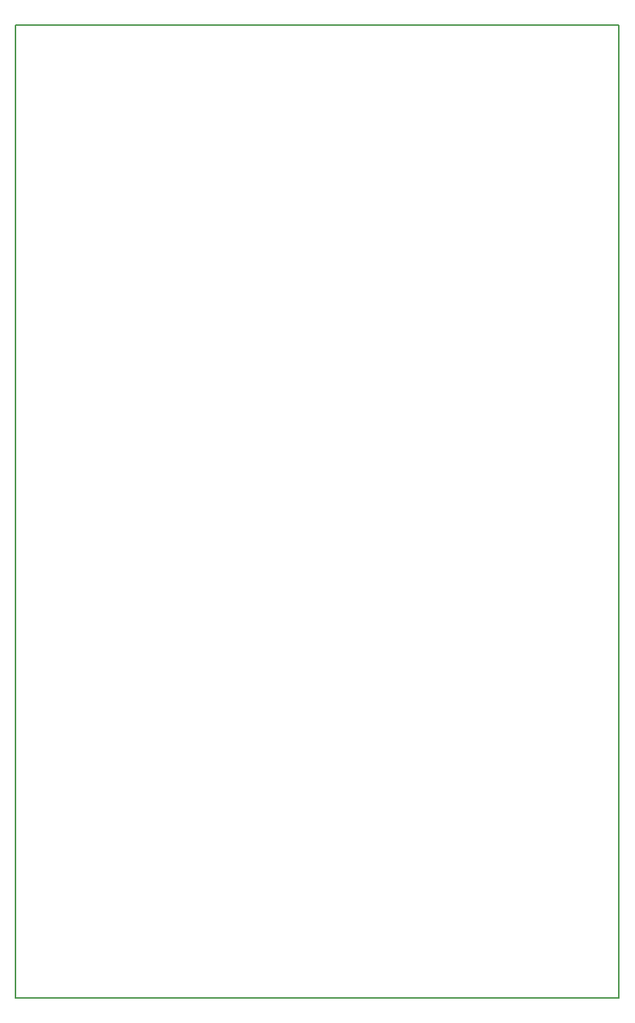
<source format=gbr>
%TF.GenerationSoftware,KiCad,Pcbnew,(6.0.9)*%
%TF.CreationDate,2022-12-19T19:37:01+02:00*%
%TF.ProjectId,FMC_MIPI_v2,464d435f-4d49-4504-995f-76322e6b6963,rev?*%
%TF.SameCoordinates,Original*%
%TF.FileFunction,Profile,NP*%
%FSLAX46Y46*%
G04 Gerber Fmt 4.6, Leading zero omitted, Abs format (unit mm)*
G04 Created by KiCad (PCBNEW (6.0.9)) date 2022-12-19 19:37:01*
%MOMM*%
%LPD*%
G01*
G04 APERTURE LIST*
%TA.AperFunction,Profile*%
%ADD10C,0.150000*%
%TD*%
G04 APERTURE END LIST*
D10*
X90170000Y-140970000D02*
X90170000Y-29210000D01*
X90170000Y-140970000D02*
X159512000Y-140970000D01*
X159512000Y-29210000D02*
X159512000Y-140970000D01*
X159512000Y-29210000D02*
X90170000Y-29210000D01*
M02*

</source>
